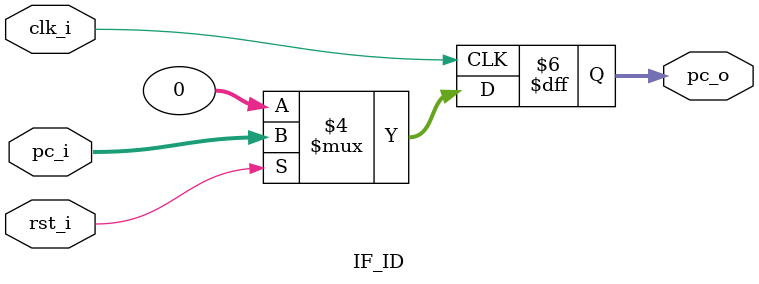
<source format=sv>
module IF_ID(
	input clk_i,
	input rst_i,
	input [31:0] pc_i,

	output reg [31:0] pc_o
);

always@(posedge clk_i) begin

	if(rst_i == 0) begin
      pc_o <= 32'b0;
  	end
  	else begin
    	pc_o <= pc_i;
  	end

end

endmodule

</source>
